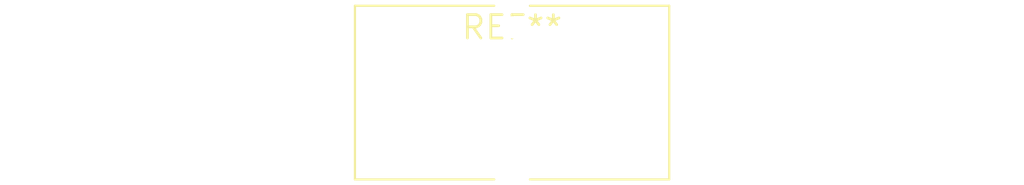
<source format=kicad_pcb>
(kicad_pcb (version 20240108) (generator pcbnew)
  (layers (0 "F.Cu" signal) (31 "B.Cu" signal) (34 "B.Paste" user) (35 "F.Paste" user) (36 "B.SilkS" user "B.Silkscreen") (37 "F.SilkS" user "F.Silkscreen") (38 "B.Mask" user) (39 "F.Mask" user) (44 "Edge.Cuts" user))
  (net 0 "")
  (footprint "L_Toroid_Vertical_L16.8mm_W9.2mm_P7.10mm_Vishay_TJ3" (layer "F.Cu") (at 0 0)
    (property "Reference" "REF**")
    (property "Value" "L_Toroid_Vertical_L16.8mm_W9.2mm_P7.10mm_Vishay_TJ3")
    (fp_line (start -8.52 -1.17) (end -8.52 8.27) (layer "F.SilkS") (stroke (width 0.12)))
    (fp_line (start -8.52 -1.17) (end -0.968 -1.17) (layer "F.SilkS") (stroke (width 0.12)))
    (fp_line (start -8.52 8.27) (end -0.968 8.27) (layer "F.SilkS") (stroke (width 0.12)))
    (fp_line (start 0.968 -1.17) (end 8.52 -1.17) (layer "F.SilkS") (stroke (width 0.12)))
    (fp_line (start 0.968 8.27) (end 8.52 8.27) (layer "F.SilkS") (stroke (width 0.12)))
    (fp_line (start 8.52 -1.17) (end 8.52 8.27) (layer "F.SilkS") (stroke (width 0.12)))
    (pad "1" thru_hole circle (at 0 0) (size 2.4 2.4) (drill 1.2) (layers *.Cu *.Mask) (remove_unused_layers))
    (pad "2" thru_hole circle (at 0 7.1) (size 2.4 2.4) (drill 1.2) (layers *.Cu *.Mask) (remove_unused_layers))
  )
)
</source>
